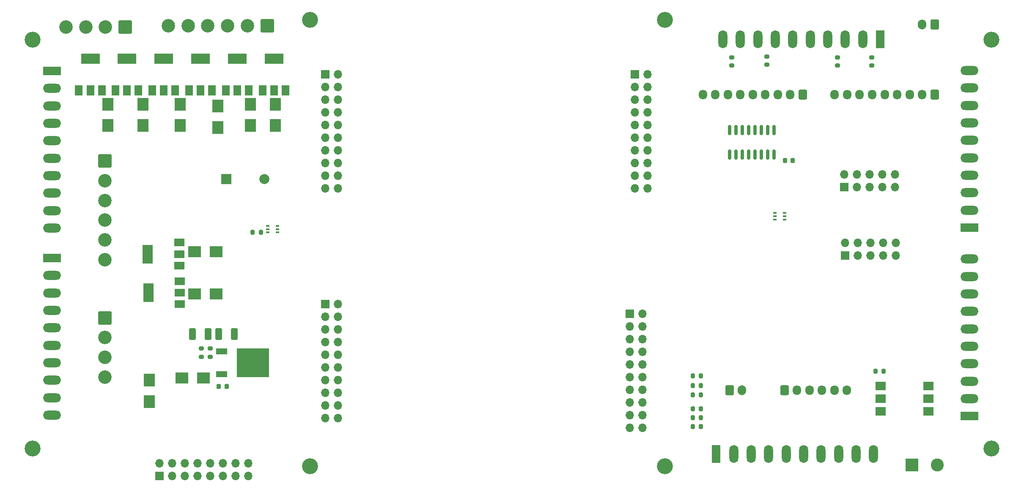
<source format=gbr>
%TF.GenerationSoftware,KiCad,Pcbnew,6.0.8-f2edbf62ab~116~ubuntu20.04.1*%
%TF.CreationDate,2022-12-03T19:21:23+01:00*%
%TF.ProjectId,shield_chm36VA,73686965-6c64-45f6-9368-6d333656412e,rev?*%
%TF.SameCoordinates,Original*%
%TF.FileFunction,Soldermask,Top*%
%TF.FilePolarity,Negative*%
%FSLAX46Y46*%
G04 Gerber Fmt 4.6, Leading zero omitted, Abs format (unit mm)*
G04 Created by KiCad (PCBNEW 6.0.8-f2edbf62ab~116~ubuntu20.04.1) date 2022-12-03 19:21:23*
%MOMM*%
%LPD*%
G01*
G04 APERTURE LIST*
G04 Aperture macros list*
%AMRoundRect*
0 Rectangle with rounded corners*
0 $1 Rounding radius*
0 $2 $3 $4 $5 $6 $7 $8 $9 X,Y pos of 4 corners*
0 Add a 4 corners polygon primitive as box body*
4,1,4,$2,$3,$4,$5,$6,$7,$8,$9,$2,$3,0*
0 Add four circle primitives for the rounded corners*
1,1,$1+$1,$2,$3*
1,1,$1+$1,$4,$5*
1,1,$1+$1,$6,$7*
1,1,$1+$1,$8,$9*
0 Add four rect primitives between the rounded corners*
20,1,$1+$1,$2,$3,$4,$5,0*
20,1,$1+$1,$4,$5,$6,$7,0*
20,1,$1+$1,$6,$7,$8,$9,0*
20,1,$1+$1,$8,$9,$2,$3,0*%
G04 Aperture macros list end*
%ADD10R,2.000000X2.000000*%
%ADD11C,2.000000*%
%ADD12C,3.200000*%
%ADD13R,2.500000X2.300000*%
%ADD14RoundRect,0.200000X0.200000X0.275000X-0.200000X0.275000X-0.200000X-0.275000X0.200000X-0.275000X0*%
%ADD15R,2.200000X1.200000*%
%ADD16R,6.400000X5.800000*%
%ADD17R,1.700000X1.700000*%
%ADD18O,1.700000X1.700000*%
%ADD19RoundRect,0.250000X0.600000X0.750000X-0.600000X0.750000X-0.600000X-0.750000X0.600000X-0.750000X0*%
%ADD20O,1.700000X2.000000*%
%ADD21RoundRect,0.250000X-0.600000X-0.750000X0.600000X-0.750000X0.600000X0.750000X-0.600000X0.750000X0*%
%ADD22R,3.600000X1.800000*%
%ADD23O,3.600000X1.800000*%
%ADD24RoundRect,0.200000X0.275000X-0.200000X0.275000X0.200000X-0.275000X0.200000X-0.275000X-0.200000X0*%
%ADD25RoundRect,0.250000X0.412500X0.925000X-0.412500X0.925000X-0.412500X-0.925000X0.412500X-0.925000X0*%
%ADD26R,0.650000X0.400000*%
%ADD27RoundRect,0.150000X-0.150000X0.825000X-0.150000X-0.825000X0.150000X-0.825000X0.150000X0.825000X0*%
%ADD28R,2.300000X2.500000*%
%ADD29RoundRect,0.200000X-0.200000X-0.275000X0.200000X-0.275000X0.200000X0.275000X-0.200000X0.275000X0*%
%ADD30RoundRect,0.250001X-1.099999X1.099999X-1.099999X-1.099999X1.099999X-1.099999X1.099999X1.099999X0*%
%ADD31C,2.700000*%
%ADD32R,1.800000X3.600000*%
%ADD33O,1.800000X3.600000*%
%ADD34RoundRect,0.225000X-0.225000X-0.250000X0.225000X-0.250000X0.225000X0.250000X-0.225000X0.250000X0*%
%ADD35R,1.500000X2.000000*%
%ADD36R,3.800000X2.000000*%
%ADD37RoundRect,0.250000X0.600000X0.725000X-0.600000X0.725000X-0.600000X-0.725000X0.600000X-0.725000X0*%
%ADD38O,1.700000X1.950000*%
%ADD39R,2.000000X1.780000*%
%ADD40RoundRect,0.250001X1.099999X1.099999X-1.099999X1.099999X-1.099999X-1.099999X1.099999X-1.099999X0*%
%ADD41RoundRect,0.250000X-0.600000X-0.725000X0.600000X-0.725000X0.600000X0.725000X-0.600000X0.725000X0*%
%ADD42R,2.000000X1.500000*%
%ADD43R,2.000000X3.800000*%
%ADD44RoundRect,0.200000X-0.275000X0.200000X-0.275000X-0.200000X0.275000X-0.200000X0.275000X0.200000X0*%
%ADD45R,2.600000X2.600000*%
%ADD46C,2.600000*%
%ADD47RoundRect,0.225000X0.225000X0.250000X-0.225000X0.250000X-0.225000X-0.250000X0.225000X-0.250000X0*%
G04 APERTURE END LIST*
D10*
X86200000Y-80000000D03*
D11*
X93800000Y-80000000D03*
D12*
X239400000Y-52000000D03*
D13*
X84150000Y-94500000D03*
X79850000Y-94500000D03*
X81650000Y-119800000D03*
X77350000Y-119800000D03*
D14*
X217825000Y-118500000D03*
X216175000Y-118500000D03*
D15*
X85275000Y-114495000D03*
D16*
X91575000Y-116775000D03*
D15*
X85275000Y-119055000D03*
D17*
X209920000Y-81540000D03*
D18*
X209920000Y-79000000D03*
X212460000Y-81540000D03*
X212460000Y-79000000D03*
X215000000Y-81540000D03*
X215000000Y-79000000D03*
X217540000Y-81540000D03*
X217540000Y-79000000D03*
X220080000Y-81540000D03*
X220080000Y-79000000D03*
D17*
X210120000Y-95275000D03*
D18*
X210120000Y-92735000D03*
X212660000Y-95275000D03*
X212660000Y-92735000D03*
X215200000Y-95275000D03*
X215200000Y-92735000D03*
X217740000Y-95275000D03*
X217740000Y-92735000D03*
X220280000Y-95275000D03*
X220280000Y-92735000D03*
D19*
X228000000Y-49000000D03*
D20*
X225500000Y-49000000D03*
D21*
X186950000Y-122275000D03*
D20*
X189450000Y-122275000D03*
D22*
X235000000Y-127500000D03*
D23*
X235000000Y-124000000D03*
X235000000Y-120500000D03*
X235000000Y-117000000D03*
X235000000Y-113500000D03*
X235000000Y-110000000D03*
X235000000Y-106500000D03*
X235000000Y-103000000D03*
X235000000Y-99500000D03*
X235000000Y-96000000D03*
D12*
X103000000Y-137500000D03*
D24*
X81250000Y-115575000D03*
X81250000Y-113925000D03*
D12*
X239400000Y-134000000D03*
D25*
X82537500Y-111000000D03*
X79462500Y-111000000D03*
D26*
X196050000Y-86750000D03*
X196050000Y-87400000D03*
X196050000Y-88050000D03*
X197950000Y-88050000D03*
X197950000Y-87400000D03*
X197950000Y-86750000D03*
D27*
X195845000Y-70125000D03*
X194575000Y-70125000D03*
X193305000Y-70125000D03*
X192035000Y-70125000D03*
X190765000Y-70125000D03*
X189495000Y-70125000D03*
X188225000Y-70125000D03*
X186955000Y-70125000D03*
X186955000Y-75075000D03*
X188225000Y-75075000D03*
X189495000Y-75075000D03*
X190765000Y-75075000D03*
X192035000Y-75075000D03*
X193305000Y-75075000D03*
X194575000Y-75075000D03*
X195845000Y-75075000D03*
D28*
X69500000Y-69250000D03*
X69500000Y-64950000D03*
D29*
X179575000Y-121400000D03*
X181225000Y-121400000D03*
X179575000Y-129600000D03*
X181225000Y-129600000D03*
D17*
X168000000Y-59000000D03*
D18*
X170540000Y-59000000D03*
X168000000Y-61540000D03*
X170540000Y-61540000D03*
X168000000Y-64080000D03*
X170540000Y-64080000D03*
X168000000Y-66620000D03*
X170540000Y-66620000D03*
X168000000Y-69160000D03*
X170540000Y-69160000D03*
X168000000Y-71700000D03*
X170540000Y-71700000D03*
X168000000Y-74240000D03*
X170540000Y-74240000D03*
X168000000Y-76780000D03*
X170540000Y-76780000D03*
X168000000Y-79320000D03*
X170540000Y-79320000D03*
X168000000Y-81860000D03*
X170540000Y-81860000D03*
D12*
X47400000Y-134000000D03*
D30*
X61950000Y-76322500D03*
D31*
X61950000Y-80282500D03*
X61950000Y-84242500D03*
X61950000Y-88202500D03*
X61950000Y-92162500D03*
X61950000Y-96122500D03*
D17*
X72800000Y-139500000D03*
D18*
X72800000Y-136960000D03*
X75340000Y-139500000D03*
X75340000Y-136960000D03*
X77880000Y-139500000D03*
X77880000Y-136960000D03*
X80420000Y-139500000D03*
X80420000Y-136960000D03*
X82960000Y-139500000D03*
X82960000Y-136960000D03*
X85500000Y-139500000D03*
X85500000Y-136960000D03*
X88040000Y-139500000D03*
X88040000Y-136960000D03*
X90580000Y-139500000D03*
X90580000Y-136960000D03*
D17*
X106000000Y-59000000D03*
D18*
X108540000Y-59000000D03*
X106000000Y-61540000D03*
X108540000Y-61540000D03*
X106000000Y-64080000D03*
X108540000Y-64080000D03*
X106000000Y-66620000D03*
X108540000Y-66620000D03*
X106000000Y-69160000D03*
X108540000Y-69160000D03*
X106000000Y-71700000D03*
X108540000Y-71700000D03*
X106000000Y-74240000D03*
X108540000Y-74240000D03*
X106000000Y-76780000D03*
X108540000Y-76780000D03*
X106000000Y-79320000D03*
X108540000Y-79320000D03*
X106000000Y-81860000D03*
X108540000Y-81860000D03*
D32*
X184290000Y-135067500D03*
D33*
X187790000Y-135067500D03*
X191290000Y-135067500D03*
X194790000Y-135067500D03*
X198290000Y-135067500D03*
X201790000Y-135067500D03*
X205290000Y-135067500D03*
X208790000Y-135067500D03*
X212290000Y-135067500D03*
X215790000Y-135067500D03*
D32*
X217110000Y-51932500D03*
D33*
X213610000Y-51932500D03*
X210110000Y-51932500D03*
X206610000Y-51932500D03*
X203110000Y-51932500D03*
X199610000Y-51932500D03*
X196110000Y-51932500D03*
X192610000Y-51932500D03*
X189110000Y-51932500D03*
X185610000Y-51932500D03*
D34*
X198025000Y-76200000D03*
X199575000Y-76200000D03*
D35*
X86092000Y-62150000D03*
X88392000Y-62150000D03*
X90692000Y-62150000D03*
D36*
X88392000Y-55850000D03*
D17*
X106000000Y-105000000D03*
D18*
X108540000Y-105000000D03*
X106000000Y-107540000D03*
X108540000Y-107540000D03*
X106000000Y-110080000D03*
X108540000Y-110080000D03*
X106000000Y-112620000D03*
X108540000Y-112620000D03*
X106000000Y-115160000D03*
X108540000Y-115160000D03*
X106000000Y-117700000D03*
X108540000Y-117700000D03*
X106000000Y-120240000D03*
X108540000Y-120240000D03*
X106000000Y-122780000D03*
X108540000Y-122780000D03*
X106000000Y-125320000D03*
X108540000Y-125320000D03*
X106000000Y-127860000D03*
X108540000Y-127860000D03*
D37*
X228000000Y-63000000D03*
D38*
X225500000Y-63000000D03*
X223000000Y-63000000D03*
X220500000Y-63000000D03*
X218000000Y-63000000D03*
X215500000Y-63000000D03*
X213000000Y-63000000D03*
X210500000Y-63000000D03*
X208000000Y-63000000D03*
D39*
X217235000Y-121460000D03*
X217235000Y-124000000D03*
X217235000Y-126540000D03*
X226765000Y-126540000D03*
X226765000Y-124000000D03*
X226765000Y-121460000D03*
D14*
X181225000Y-119400000D03*
X179575000Y-119400000D03*
D40*
X94400000Y-49200000D03*
D31*
X90440000Y-49200000D03*
X86480000Y-49200000D03*
X82520000Y-49200000D03*
X78560000Y-49200000D03*
X74600000Y-49200000D03*
D37*
X201600000Y-63000000D03*
D38*
X199100000Y-63000000D03*
X196600000Y-63000000D03*
X194100000Y-63000000D03*
X191600000Y-63000000D03*
X189100000Y-63000000D03*
X186600000Y-63000000D03*
X184100000Y-63000000D03*
X181600000Y-63000000D03*
D26*
X94550000Y-89350000D03*
X94550000Y-90000000D03*
X94550000Y-90650000D03*
X96450000Y-90650000D03*
X96450000Y-90000000D03*
X96450000Y-89350000D03*
D41*
X197950000Y-122275000D03*
D38*
X200450000Y-122275000D03*
X202950000Y-122275000D03*
X205450000Y-122275000D03*
X207950000Y-122275000D03*
X210450000Y-122275000D03*
D35*
X63994000Y-62150000D03*
X66294000Y-62150000D03*
X68594000Y-62150000D03*
D36*
X66294000Y-55850000D03*
D29*
X179575000Y-123200000D03*
X181225000Y-123200000D03*
D28*
X62500000Y-69250000D03*
X62500000Y-64950000D03*
D29*
X91475000Y-90600000D03*
X93125000Y-90600000D03*
D35*
X78726000Y-62150000D03*
X81026000Y-62150000D03*
X83326000Y-62150000D03*
D36*
X81026000Y-55850000D03*
D12*
X103000000Y-48000000D03*
D22*
X51332500Y-58290000D03*
D23*
X51332500Y-61790000D03*
X51332500Y-65290000D03*
X51332500Y-68790000D03*
X51332500Y-72290000D03*
X51332500Y-75790000D03*
X51332500Y-79290000D03*
X51332500Y-82790000D03*
X51332500Y-86290000D03*
X51332500Y-89790000D03*
D24*
X187400000Y-57225000D03*
X187400000Y-55575000D03*
D35*
X56700000Y-62150000D03*
X59000000Y-62150000D03*
X61300000Y-62150000D03*
D36*
X59000000Y-55850000D03*
D22*
X51332500Y-95790000D03*
D23*
X51332500Y-99290000D03*
X51332500Y-102790000D03*
X51332500Y-106290000D03*
X51332500Y-109790000D03*
X51332500Y-113290000D03*
X51332500Y-116790000D03*
X51332500Y-120290000D03*
X51332500Y-123790000D03*
X51332500Y-127290000D03*
D12*
X174000000Y-137500000D03*
D42*
X76900000Y-105050000D03*
X76900000Y-102750000D03*
X76900000Y-100450000D03*
D43*
X70600000Y-102750000D03*
D28*
X77000000Y-69250000D03*
X77000000Y-64950000D03*
D44*
X215400000Y-55575000D03*
X215400000Y-57225000D03*
D12*
X174000000Y-48000000D03*
D28*
X91000000Y-69250000D03*
X91000000Y-64950000D03*
D13*
X84150000Y-103000000D03*
X79850000Y-103000000D03*
D28*
X84500000Y-69650000D03*
X84500000Y-65350000D03*
D44*
X83000000Y-113925000D03*
X83000000Y-115575000D03*
D17*
X167000000Y-107000000D03*
D18*
X169540000Y-107000000D03*
X167000000Y-109540000D03*
X169540000Y-109540000D03*
X167000000Y-112080000D03*
X169540000Y-112080000D03*
X167000000Y-114620000D03*
X169540000Y-114620000D03*
X167000000Y-117160000D03*
X169540000Y-117160000D03*
X167000000Y-119700000D03*
X169540000Y-119700000D03*
X167000000Y-122240000D03*
X169540000Y-122240000D03*
X167000000Y-124780000D03*
X169540000Y-124780000D03*
X167000000Y-127320000D03*
X169540000Y-127320000D03*
X167000000Y-129860000D03*
X169540000Y-129860000D03*
D28*
X96000000Y-69250000D03*
X96000000Y-64950000D03*
D12*
X47400000Y-52000000D03*
D14*
X181225000Y-127800000D03*
X179575000Y-127800000D03*
D45*
X223455000Y-137305000D03*
D46*
X228535000Y-137305000D03*
D35*
X93458000Y-62150000D03*
X95758000Y-62150000D03*
X98058000Y-62150000D03*
D36*
X95758000Y-55850000D03*
D28*
X70800000Y-124550000D03*
X70800000Y-120250000D03*
D29*
X179575000Y-126000000D03*
X181225000Y-126000000D03*
D42*
X76800000Y-97300000D03*
X76800000Y-95000000D03*
X76800000Y-92700000D03*
D43*
X70500000Y-95000000D03*
D47*
X86275000Y-121500000D03*
X84725000Y-121500000D03*
D25*
X87787500Y-111000000D03*
X84712500Y-111000000D03*
D22*
X235000000Y-89710000D03*
D23*
X235000000Y-86210000D03*
X235000000Y-82710000D03*
X235000000Y-79210000D03*
X235000000Y-75710000D03*
X235000000Y-72210000D03*
X235000000Y-68710000D03*
X235000000Y-65210000D03*
X235000000Y-61710000D03*
X235000000Y-58210000D03*
D24*
X194400000Y-57025000D03*
X194400000Y-55375000D03*
D35*
X71360000Y-62150000D03*
X73660000Y-62150000D03*
X75960000Y-62150000D03*
D36*
X73660000Y-55850000D03*
D44*
X208600000Y-55575000D03*
X208600000Y-57225000D03*
D40*
X66000000Y-49500000D03*
D31*
X62040000Y-49500000D03*
X58080000Y-49500000D03*
X54120000Y-49500000D03*
D30*
X61950000Y-107782500D03*
D31*
X61950000Y-111742500D03*
X61950000Y-115702500D03*
X61950000Y-119662500D03*
M02*

</source>
